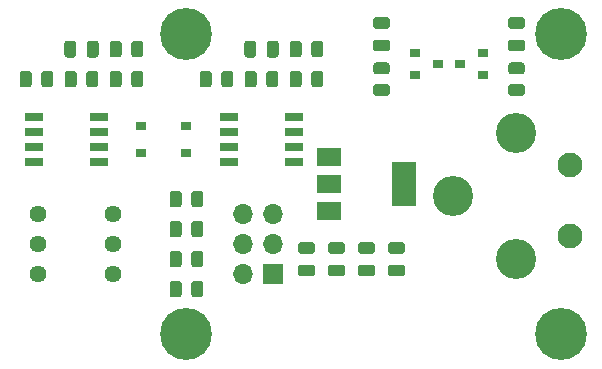
<source format=gts>
G04 #@! TF.GenerationSoftware,KiCad,Pcbnew,(5.1.12)-1*
G04 #@! TF.CreationDate,2022-06-04T11:26:48+02:00*
G04 #@! TF.ProjectId,BSPD,42535044-2e6b-4696-9361-645f70636258,rev?*
G04 #@! TF.SameCoordinates,Original*
G04 #@! TF.FileFunction,Soldermask,Top*
G04 #@! TF.FilePolarity,Negative*
%FSLAX46Y46*%
G04 Gerber Fmt 4.6, Leading zero omitted, Abs format (unit mm)*
G04 Created by KiCad (PCBNEW (5.1.12)-1) date 2022-06-04 11:26:48*
%MOMM*%
%LPD*%
G01*
G04 APERTURE LIST*
%ADD10R,0.900000X0.800000*%
%ADD11R,1.528000X0.650000*%
%ADD12R,1.700000X1.700000*%
%ADD13O,1.700000X1.700000*%
%ADD14C,2.100000*%
%ADD15C,3.400000*%
%ADD16R,2.000000X3.800000*%
%ADD17R,2.000000X1.500000*%
%ADD18C,1.440000*%
%ADD19C,4.400000*%
%ADD20C,0.700000*%
G04 APERTURE END LIST*
G36*
G01*
X102420000Y-76995000D02*
X102420000Y-77945000D01*
G75*
G02*
X102170000Y-78195000I-250000J0D01*
G01*
X101670000Y-78195000D01*
G75*
G02*
X101420000Y-77945000I0J250000D01*
G01*
X101420000Y-76995000D01*
G75*
G02*
X101670000Y-76745000I250000J0D01*
G01*
X102170000Y-76745000D01*
G75*
G02*
X102420000Y-76995000I0J-250000D01*
G01*
G37*
G36*
G01*
X104320000Y-76995000D02*
X104320000Y-77945000D01*
G75*
G02*
X104070000Y-78195000I-250000J0D01*
G01*
X103570000Y-78195000D01*
G75*
G02*
X103320000Y-77945000I0J250000D01*
G01*
X103320000Y-76995000D01*
G75*
G02*
X103570000Y-76745000I250000J0D01*
G01*
X104070000Y-76745000D01*
G75*
G02*
X104320000Y-76995000I0J-250000D01*
G01*
G37*
G36*
G01*
X117660000Y-76995000D02*
X117660000Y-77945000D01*
G75*
G02*
X117410000Y-78195000I-250000J0D01*
G01*
X116910000Y-78195000D01*
G75*
G02*
X116660000Y-77945000I0J250000D01*
G01*
X116660000Y-76995000D01*
G75*
G02*
X116910000Y-76745000I250000J0D01*
G01*
X117410000Y-76745000D01*
G75*
G02*
X117660000Y-76995000I0J-250000D01*
G01*
G37*
G36*
G01*
X119560000Y-76995000D02*
X119560000Y-77945000D01*
G75*
G02*
X119310000Y-78195000I-250000J0D01*
G01*
X118810000Y-78195000D01*
G75*
G02*
X118560000Y-77945000I0J250000D01*
G01*
X118560000Y-76995000D01*
G75*
G02*
X118810000Y-76745000I250000J0D01*
G01*
X119310000Y-76745000D01*
G75*
G02*
X119560000Y-76995000I0J-250000D01*
G01*
G37*
G36*
G01*
X122395000Y-94800000D02*
X121445000Y-94800000D01*
G75*
G02*
X121195000Y-94550000I0J250000D01*
G01*
X121195000Y-94050000D01*
G75*
G02*
X121445000Y-93800000I250000J0D01*
G01*
X122395000Y-93800000D01*
G75*
G02*
X122645000Y-94050000I0J-250000D01*
G01*
X122645000Y-94550000D01*
G75*
G02*
X122395000Y-94800000I-250000J0D01*
G01*
G37*
G36*
G01*
X122395000Y-96700000D02*
X121445000Y-96700000D01*
G75*
G02*
X121195000Y-96450000I0J250000D01*
G01*
X121195000Y-95950000D01*
G75*
G02*
X121445000Y-95700000I250000J0D01*
G01*
X122395000Y-95700000D01*
G75*
G02*
X122645000Y-95950000I0J-250000D01*
G01*
X122645000Y-96450000D01*
G75*
G02*
X122395000Y-96700000I-250000J0D01*
G01*
G37*
G36*
G01*
X124935000Y-96700000D02*
X123985000Y-96700000D01*
G75*
G02*
X123735000Y-96450000I0J250000D01*
G01*
X123735000Y-95950000D01*
G75*
G02*
X123985000Y-95700000I250000J0D01*
G01*
X124935000Y-95700000D01*
G75*
G02*
X125185000Y-95950000I0J-250000D01*
G01*
X125185000Y-96450000D01*
G75*
G02*
X124935000Y-96700000I-250000J0D01*
G01*
G37*
G36*
G01*
X124935000Y-94800000D02*
X123985000Y-94800000D01*
G75*
G02*
X123735000Y-94550000I0J250000D01*
G01*
X123735000Y-94050000D01*
G75*
G02*
X123985000Y-93800000I250000J0D01*
G01*
X124935000Y-93800000D01*
G75*
G02*
X125185000Y-94050000I0J-250000D01*
G01*
X125185000Y-94550000D01*
G75*
G02*
X124935000Y-94800000I-250000J0D01*
G01*
G37*
G36*
G01*
X129065000Y-95700000D02*
X130015000Y-95700000D01*
G75*
G02*
X130265000Y-95950000I0J-250000D01*
G01*
X130265000Y-96450000D01*
G75*
G02*
X130015000Y-96700000I-250000J0D01*
G01*
X129065000Y-96700000D01*
G75*
G02*
X128815000Y-96450000I0J250000D01*
G01*
X128815000Y-95950000D01*
G75*
G02*
X129065000Y-95700000I250000J0D01*
G01*
G37*
G36*
G01*
X129065000Y-93800000D02*
X130015000Y-93800000D01*
G75*
G02*
X130265000Y-94050000I0J-250000D01*
G01*
X130265000Y-94550000D01*
G75*
G02*
X130015000Y-94800000I-250000J0D01*
G01*
X129065000Y-94800000D01*
G75*
G02*
X128815000Y-94550000I0J250000D01*
G01*
X128815000Y-94050000D01*
G75*
G02*
X129065000Y-93800000I250000J0D01*
G01*
G37*
G36*
G01*
X126525000Y-93800000D02*
X127475000Y-93800000D01*
G75*
G02*
X127725000Y-94050000I0J-250000D01*
G01*
X127725000Y-94550000D01*
G75*
G02*
X127475000Y-94800000I-250000J0D01*
G01*
X126525000Y-94800000D01*
G75*
G02*
X126275000Y-94550000I0J250000D01*
G01*
X126275000Y-94050000D01*
G75*
G02*
X126525000Y-93800000I250000J0D01*
G01*
G37*
G36*
G01*
X126525000Y-95700000D02*
X127475000Y-95700000D01*
G75*
G02*
X127725000Y-95950000I0J-250000D01*
G01*
X127725000Y-96450000D01*
G75*
G02*
X127475000Y-96700000I-250000J0D01*
G01*
X126525000Y-96700000D01*
G75*
G02*
X126275000Y-96450000I0J250000D01*
G01*
X126275000Y-95950000D01*
G75*
G02*
X126525000Y-95700000I250000J0D01*
G01*
G37*
G36*
G01*
X139225000Y-76650000D02*
X140175000Y-76650000D01*
G75*
G02*
X140425000Y-76900000I0J-250000D01*
G01*
X140425000Y-77400000D01*
G75*
G02*
X140175000Y-77650000I-250000J0D01*
G01*
X139225000Y-77650000D01*
G75*
G02*
X138975000Y-77400000I0J250000D01*
G01*
X138975000Y-76900000D01*
G75*
G02*
X139225000Y-76650000I250000J0D01*
G01*
G37*
G36*
G01*
X139225000Y-74750000D02*
X140175000Y-74750000D01*
G75*
G02*
X140425000Y-75000000I0J-250000D01*
G01*
X140425000Y-75500000D01*
G75*
G02*
X140175000Y-75750000I-250000J0D01*
G01*
X139225000Y-75750000D01*
G75*
G02*
X138975000Y-75500000I0J250000D01*
G01*
X138975000Y-75000000D01*
G75*
G02*
X139225000Y-74750000I250000J0D01*
G01*
G37*
G36*
G01*
X127795000Y-74750000D02*
X128745000Y-74750000D01*
G75*
G02*
X128995000Y-75000000I0J-250000D01*
G01*
X128995000Y-75500000D01*
G75*
G02*
X128745000Y-75750000I-250000J0D01*
G01*
X127795000Y-75750000D01*
G75*
G02*
X127545000Y-75500000I0J250000D01*
G01*
X127545000Y-75000000D01*
G75*
G02*
X127795000Y-74750000I250000J0D01*
G01*
G37*
G36*
G01*
X127795000Y-76650000D02*
X128745000Y-76650000D01*
G75*
G02*
X128995000Y-76900000I0J-250000D01*
G01*
X128995000Y-77400000D01*
G75*
G02*
X128745000Y-77650000I-250000J0D01*
G01*
X127795000Y-77650000D01*
G75*
G02*
X127545000Y-77400000I0J250000D01*
G01*
X127545000Y-76900000D01*
G75*
G02*
X127795000Y-76650000I250000J0D01*
G01*
G37*
D10*
X107950000Y-86240000D03*
X107950000Y-83940000D03*
X111760000Y-83940000D03*
X111760000Y-86240000D03*
D11*
X98889000Y-83185000D03*
X98889000Y-84455000D03*
X98889000Y-85725000D03*
X98889000Y-86995000D03*
X104311000Y-86995000D03*
X104311000Y-85725000D03*
X104311000Y-84455000D03*
X104311000Y-83185000D03*
X115399000Y-83185000D03*
X115399000Y-84455000D03*
X115399000Y-85725000D03*
X115399000Y-86995000D03*
X120821000Y-86995000D03*
X120821000Y-85725000D03*
X120821000Y-84455000D03*
X120821000Y-83185000D03*
D12*
X119080000Y-96520000D03*
D13*
X116540000Y-96520000D03*
X119080000Y-93980000D03*
X116540000Y-93980000D03*
X119080000Y-91440000D03*
X116540000Y-91440000D03*
D14*
X144200000Y-87250000D03*
D15*
X139700000Y-84550000D03*
X134300000Y-89900000D03*
X139700000Y-95250000D03*
D14*
X144200000Y-93250000D03*
D10*
X136890000Y-79690000D03*
X136890000Y-77790000D03*
X134890000Y-78740000D03*
X131080000Y-77790000D03*
X131080000Y-79690000D03*
X133080000Y-78740000D03*
G36*
G01*
X112160000Y-95700001D02*
X112160000Y-94799999D01*
G75*
G02*
X112409999Y-94550000I249999J0D01*
G01*
X112935001Y-94550000D01*
G75*
G02*
X113185000Y-94799999I0J-249999D01*
G01*
X113185000Y-95700001D01*
G75*
G02*
X112935001Y-95950000I-249999J0D01*
G01*
X112409999Y-95950000D01*
G75*
G02*
X112160000Y-95700001I0J249999D01*
G01*
G37*
G36*
G01*
X110335000Y-95700001D02*
X110335000Y-94799999D01*
G75*
G02*
X110584999Y-94550000I249999J0D01*
G01*
X111110001Y-94550000D01*
G75*
G02*
X111360000Y-94799999I0J-249999D01*
G01*
X111360000Y-95700001D01*
G75*
G02*
X111110001Y-95950000I-249999J0D01*
G01*
X110584999Y-95950000D01*
G75*
G02*
X110335000Y-95700001I0J249999D01*
G01*
G37*
G36*
G01*
X110335000Y-93160001D02*
X110335000Y-92259999D01*
G75*
G02*
X110584999Y-92010000I249999J0D01*
G01*
X111110001Y-92010000D01*
G75*
G02*
X111360000Y-92259999I0J-249999D01*
G01*
X111360000Y-93160001D01*
G75*
G02*
X111110001Y-93410000I-249999J0D01*
G01*
X110584999Y-93410000D01*
G75*
G02*
X110335000Y-93160001I0J249999D01*
G01*
G37*
G36*
G01*
X112160000Y-93160001D02*
X112160000Y-92259999D01*
G75*
G02*
X112409999Y-92010000I249999J0D01*
G01*
X112935001Y-92010000D01*
G75*
G02*
X113185000Y-92259999I0J-249999D01*
G01*
X113185000Y-93160001D01*
G75*
G02*
X112935001Y-93410000I-249999J0D01*
G01*
X112409999Y-93410000D01*
G75*
G02*
X112160000Y-93160001I0J249999D01*
G01*
G37*
G36*
G01*
X110335000Y-98240001D02*
X110335000Y-97339999D01*
G75*
G02*
X110584999Y-97090000I249999J0D01*
G01*
X111110001Y-97090000D01*
G75*
G02*
X111360000Y-97339999I0J-249999D01*
G01*
X111360000Y-98240001D01*
G75*
G02*
X111110001Y-98490000I-249999J0D01*
G01*
X110584999Y-98490000D01*
G75*
G02*
X110335000Y-98240001I0J249999D01*
G01*
G37*
G36*
G01*
X112160000Y-98240001D02*
X112160000Y-97339999D01*
G75*
G02*
X112409999Y-97090000I249999J0D01*
G01*
X112935001Y-97090000D01*
G75*
G02*
X113185000Y-97339999I0J-249999D01*
G01*
X113185000Y-98240001D01*
G75*
G02*
X112935001Y-98490000I-249999J0D01*
G01*
X112409999Y-98490000D01*
G75*
G02*
X112160000Y-98240001I0J249999D01*
G01*
G37*
G36*
G01*
X112160000Y-90620001D02*
X112160000Y-89719999D01*
G75*
G02*
X112409999Y-89470000I249999J0D01*
G01*
X112935001Y-89470000D01*
G75*
G02*
X113185000Y-89719999I0J-249999D01*
G01*
X113185000Y-90620001D01*
G75*
G02*
X112935001Y-90870000I-249999J0D01*
G01*
X112409999Y-90870000D01*
G75*
G02*
X112160000Y-90620001I0J249999D01*
G01*
G37*
G36*
G01*
X110335000Y-90620001D02*
X110335000Y-89719999D01*
G75*
G02*
X110584999Y-89470000I249999J0D01*
G01*
X111110001Y-89470000D01*
G75*
G02*
X111360000Y-89719999I0J-249999D01*
G01*
X111360000Y-90620001D01*
G75*
G02*
X111110001Y-90870000I-249999J0D01*
G01*
X110584999Y-90870000D01*
G75*
G02*
X110335000Y-90620001I0J249999D01*
G01*
G37*
G36*
G01*
X100485000Y-79559999D02*
X100485000Y-80460001D01*
G75*
G02*
X100235001Y-80710000I-249999J0D01*
G01*
X99709999Y-80710000D01*
G75*
G02*
X99460000Y-80460001I0J249999D01*
G01*
X99460000Y-79559999D01*
G75*
G02*
X99709999Y-79310000I249999J0D01*
G01*
X100235001Y-79310000D01*
G75*
G02*
X100485000Y-79559999I0J-249999D01*
G01*
G37*
G36*
G01*
X98660000Y-79559999D02*
X98660000Y-80460001D01*
G75*
G02*
X98410001Y-80710000I-249999J0D01*
G01*
X97884999Y-80710000D01*
G75*
G02*
X97635000Y-80460001I0J249999D01*
G01*
X97635000Y-79559999D01*
G75*
G02*
X97884999Y-79310000I249999J0D01*
G01*
X98410001Y-79310000D01*
G75*
G02*
X98660000Y-79559999I0J-249999D01*
G01*
G37*
G36*
G01*
X112875000Y-80460001D02*
X112875000Y-79559999D01*
G75*
G02*
X113124999Y-79310000I249999J0D01*
G01*
X113650001Y-79310000D01*
G75*
G02*
X113900000Y-79559999I0J-249999D01*
G01*
X113900000Y-80460001D01*
G75*
G02*
X113650001Y-80710000I-249999J0D01*
G01*
X113124999Y-80710000D01*
G75*
G02*
X112875000Y-80460001I0J249999D01*
G01*
G37*
G36*
G01*
X114700000Y-80460001D02*
X114700000Y-79559999D01*
G75*
G02*
X114949999Y-79310000I249999J0D01*
G01*
X115475001Y-79310000D01*
G75*
G02*
X115725000Y-79559999I0J-249999D01*
G01*
X115725000Y-80460001D01*
G75*
G02*
X115475001Y-80710000I-249999J0D01*
G01*
X114949999Y-80710000D01*
G75*
G02*
X114700000Y-80460001I0J249999D01*
G01*
G37*
G36*
G01*
X101445000Y-80460001D02*
X101445000Y-79559999D01*
G75*
G02*
X101694999Y-79310000I249999J0D01*
G01*
X102220001Y-79310000D01*
G75*
G02*
X102470000Y-79559999I0J-249999D01*
G01*
X102470000Y-80460001D01*
G75*
G02*
X102220001Y-80710000I-249999J0D01*
G01*
X101694999Y-80710000D01*
G75*
G02*
X101445000Y-80460001I0J249999D01*
G01*
G37*
G36*
G01*
X103270000Y-80460001D02*
X103270000Y-79559999D01*
G75*
G02*
X103519999Y-79310000I249999J0D01*
G01*
X104045001Y-79310000D01*
G75*
G02*
X104295000Y-79559999I0J-249999D01*
G01*
X104295000Y-80460001D01*
G75*
G02*
X104045001Y-80710000I-249999J0D01*
G01*
X103519999Y-80710000D01*
G75*
G02*
X103270000Y-80460001I0J249999D01*
G01*
G37*
G36*
G01*
X116685000Y-80460001D02*
X116685000Y-79559999D01*
G75*
G02*
X116934999Y-79310000I249999J0D01*
G01*
X117460001Y-79310000D01*
G75*
G02*
X117710000Y-79559999I0J-249999D01*
G01*
X117710000Y-80460001D01*
G75*
G02*
X117460001Y-80710000I-249999J0D01*
G01*
X116934999Y-80710000D01*
G75*
G02*
X116685000Y-80460001I0J249999D01*
G01*
G37*
G36*
G01*
X118510000Y-80460001D02*
X118510000Y-79559999D01*
G75*
G02*
X118759999Y-79310000I249999J0D01*
G01*
X119285001Y-79310000D01*
G75*
G02*
X119535000Y-79559999I0J-249999D01*
G01*
X119535000Y-80460001D01*
G75*
G02*
X119285001Y-80710000I-249999J0D01*
G01*
X118759999Y-80710000D01*
G75*
G02*
X118510000Y-80460001I0J249999D01*
G01*
G37*
G36*
G01*
X108105000Y-77019999D02*
X108105000Y-77920001D01*
G75*
G02*
X107855001Y-78170000I-249999J0D01*
G01*
X107329999Y-78170000D01*
G75*
G02*
X107080000Y-77920001I0J249999D01*
G01*
X107080000Y-77019999D01*
G75*
G02*
X107329999Y-76770000I249999J0D01*
G01*
X107855001Y-76770000D01*
G75*
G02*
X108105000Y-77019999I0J-249999D01*
G01*
G37*
G36*
G01*
X106280000Y-77019999D02*
X106280000Y-77920001D01*
G75*
G02*
X106030001Y-78170000I-249999J0D01*
G01*
X105504999Y-78170000D01*
G75*
G02*
X105255000Y-77920001I0J249999D01*
G01*
X105255000Y-77019999D01*
G75*
G02*
X105504999Y-76770000I249999J0D01*
G01*
X106030001Y-76770000D01*
G75*
G02*
X106280000Y-77019999I0J-249999D01*
G01*
G37*
G36*
G01*
X106280000Y-79559999D02*
X106280000Y-80460001D01*
G75*
G02*
X106030001Y-80710000I-249999J0D01*
G01*
X105504999Y-80710000D01*
G75*
G02*
X105255000Y-80460001I0J249999D01*
G01*
X105255000Y-79559999D01*
G75*
G02*
X105504999Y-79310000I249999J0D01*
G01*
X106030001Y-79310000D01*
G75*
G02*
X106280000Y-79559999I0J-249999D01*
G01*
G37*
G36*
G01*
X108105000Y-79559999D02*
X108105000Y-80460001D01*
G75*
G02*
X107855001Y-80710000I-249999J0D01*
G01*
X107329999Y-80710000D01*
G75*
G02*
X107080000Y-80460001I0J249999D01*
G01*
X107080000Y-79559999D01*
G75*
G02*
X107329999Y-79310000I249999J0D01*
G01*
X107855001Y-79310000D01*
G75*
G02*
X108105000Y-79559999I0J-249999D01*
G01*
G37*
G36*
G01*
X123345000Y-77019999D02*
X123345000Y-77920001D01*
G75*
G02*
X123095001Y-78170000I-249999J0D01*
G01*
X122569999Y-78170000D01*
G75*
G02*
X122320000Y-77920001I0J249999D01*
G01*
X122320000Y-77019999D01*
G75*
G02*
X122569999Y-76770000I249999J0D01*
G01*
X123095001Y-76770000D01*
G75*
G02*
X123345000Y-77019999I0J-249999D01*
G01*
G37*
G36*
G01*
X121520000Y-77019999D02*
X121520000Y-77920001D01*
G75*
G02*
X121270001Y-78170000I-249999J0D01*
G01*
X120744999Y-78170000D01*
G75*
G02*
X120495000Y-77920001I0J249999D01*
G01*
X120495000Y-77019999D01*
G75*
G02*
X120744999Y-76770000I249999J0D01*
G01*
X121270001Y-76770000D01*
G75*
G02*
X121520000Y-77019999I0J-249999D01*
G01*
G37*
G36*
G01*
X121520000Y-79559999D02*
X121520000Y-80460001D01*
G75*
G02*
X121270001Y-80710000I-249999J0D01*
G01*
X120744999Y-80710000D01*
G75*
G02*
X120495000Y-80460001I0J249999D01*
G01*
X120495000Y-79559999D01*
G75*
G02*
X120744999Y-79310000I249999J0D01*
G01*
X121270001Y-79310000D01*
G75*
G02*
X121520000Y-79559999I0J-249999D01*
G01*
G37*
G36*
G01*
X123345000Y-79559999D02*
X123345000Y-80460001D01*
G75*
G02*
X123095001Y-80710000I-249999J0D01*
G01*
X122569999Y-80710000D01*
G75*
G02*
X122320000Y-80460001I0J249999D01*
G01*
X122320000Y-79559999D01*
G75*
G02*
X122569999Y-79310000I249999J0D01*
G01*
X123095001Y-79310000D01*
G75*
G02*
X123345000Y-79559999I0J-249999D01*
G01*
G37*
G36*
G01*
X139249999Y-80410000D02*
X140150001Y-80410000D01*
G75*
G02*
X140400000Y-80659999I0J-249999D01*
G01*
X140400000Y-81185001D01*
G75*
G02*
X140150001Y-81435000I-249999J0D01*
G01*
X139249999Y-81435000D01*
G75*
G02*
X139000000Y-81185001I0J249999D01*
G01*
X139000000Y-80659999D01*
G75*
G02*
X139249999Y-80410000I249999J0D01*
G01*
G37*
G36*
G01*
X139249999Y-78585000D02*
X140150001Y-78585000D01*
G75*
G02*
X140400000Y-78834999I0J-249999D01*
G01*
X140400000Y-79360001D01*
G75*
G02*
X140150001Y-79610000I-249999J0D01*
G01*
X139249999Y-79610000D01*
G75*
G02*
X139000000Y-79360001I0J249999D01*
G01*
X139000000Y-78834999D01*
G75*
G02*
X139249999Y-78585000I249999J0D01*
G01*
G37*
G36*
G01*
X127819999Y-80410000D02*
X128720001Y-80410000D01*
G75*
G02*
X128970000Y-80659999I0J-249999D01*
G01*
X128970000Y-81185001D01*
G75*
G02*
X128720001Y-81435000I-249999J0D01*
G01*
X127819999Y-81435000D01*
G75*
G02*
X127570000Y-81185001I0J249999D01*
G01*
X127570000Y-80659999D01*
G75*
G02*
X127819999Y-80410000I249999J0D01*
G01*
G37*
G36*
G01*
X127819999Y-78585000D02*
X128720001Y-78585000D01*
G75*
G02*
X128970000Y-78834999I0J-249999D01*
G01*
X128970000Y-79360001D01*
G75*
G02*
X128720001Y-79610000I-249999J0D01*
G01*
X127819999Y-79610000D01*
G75*
G02*
X127570000Y-79360001I0J249999D01*
G01*
X127570000Y-78834999D01*
G75*
G02*
X127819999Y-78585000I249999J0D01*
G01*
G37*
D16*
X130150000Y-88900000D03*
D17*
X123850000Y-88900000D03*
X123850000Y-91200000D03*
X123850000Y-86600000D03*
D18*
X99205001Y-96530001D03*
X99205001Y-93990001D03*
X99205001Y-91450001D03*
X105575001Y-91450001D03*
X105575001Y-93990001D03*
X105575001Y-96530001D03*
D19*
X111760000Y-76200000D03*
D20*
X113410000Y-76200000D03*
X112926726Y-77366726D03*
X111760000Y-77850000D03*
X110593274Y-77366726D03*
X110110000Y-76200000D03*
X110593274Y-75033274D03*
X111760000Y-74550000D03*
X112926726Y-75033274D03*
X144676726Y-75033274D03*
X143510000Y-74550000D03*
X142343274Y-75033274D03*
X141860000Y-76200000D03*
X142343274Y-77366726D03*
X143510000Y-77850000D03*
X144676726Y-77366726D03*
X145160000Y-76200000D03*
D19*
X143510000Y-76200000D03*
X143510000Y-101600000D03*
D20*
X145160000Y-101600000D03*
X144676726Y-102766726D03*
X143510000Y-103250000D03*
X142343274Y-102766726D03*
X141860000Y-101600000D03*
X142343274Y-100433274D03*
X143510000Y-99950000D03*
X144676726Y-100433274D03*
X112926726Y-100433274D03*
X111760000Y-99950000D03*
X110593274Y-100433274D03*
X110110000Y-101600000D03*
X110593274Y-102766726D03*
X111760000Y-103250000D03*
X112926726Y-102766726D03*
X113410000Y-101600000D03*
D19*
X111760000Y-101600000D03*
M02*

</source>
